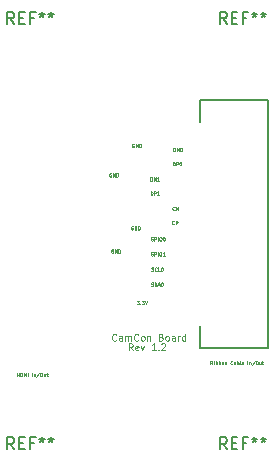
<source format=gto>
G04 #@! TF.GenerationSoftware,KiCad,Pcbnew,(5.0.0)*
G04 #@! TF.CreationDate,2018-11-04T12:38:02-03:30*
G04 #@! TF.ProjectId,CamCon Board Rev 1.1,43616D436F6E20426F61726420526576,rev?*
G04 #@! TF.SameCoordinates,Original*
G04 #@! TF.FileFunction,Legend,Top*
G04 #@! TF.FilePolarity,Positive*
%FSLAX46Y46*%
G04 Gerber Fmt 4.6, Leading zero omitted, Abs format (unit mm)*
G04 Created by KiCad (PCBNEW (5.0.0)) date 11/04/18 12:38:02*
%MOMM*%
%LPD*%
G01*
G04 APERTURE LIST*
%ADD10C,0.024384*%
%ADD11C,0.048768*%
%ADD12C,0.152400*%
%ADD13C,0.150000*%
G04 APERTURE END LIST*
D10*
X138884792Y-117786211D02*
X138884792Y-117496651D01*
X138884792Y-117634537D02*
X139050255Y-117634537D01*
X139050255Y-117786211D02*
X139050255Y-117496651D01*
X139188141Y-117786211D02*
X139188141Y-117496651D01*
X139257083Y-117496651D01*
X139298449Y-117510440D01*
X139326026Y-117538017D01*
X139339815Y-117565594D01*
X139353603Y-117620748D01*
X139353603Y-117662114D01*
X139339815Y-117717268D01*
X139326026Y-117744845D01*
X139298449Y-117772422D01*
X139257083Y-117786211D01*
X139188141Y-117786211D01*
X139477701Y-117786211D02*
X139477701Y-117496651D01*
X139574221Y-117703480D01*
X139670741Y-117496651D01*
X139670741Y-117786211D01*
X139808626Y-117786211D02*
X139808626Y-117496651D01*
X140167129Y-117786211D02*
X140167129Y-117496651D01*
X140305015Y-117593171D02*
X140305015Y-117786211D01*
X140305015Y-117620748D02*
X140318803Y-117606960D01*
X140346381Y-117593171D01*
X140387746Y-117593171D01*
X140415323Y-117606960D01*
X140429112Y-117634537D01*
X140429112Y-117786211D01*
X140773826Y-117482862D02*
X140525632Y-117855154D01*
X140925501Y-117496651D02*
X140980655Y-117496651D01*
X141008232Y-117510440D01*
X141035809Y-117538017D01*
X141049598Y-117593171D01*
X141049598Y-117689691D01*
X141035809Y-117744845D01*
X141008232Y-117772422D01*
X140980655Y-117786211D01*
X140925501Y-117786211D01*
X140897923Y-117772422D01*
X140870346Y-117744845D01*
X140856558Y-117689691D01*
X140856558Y-117593171D01*
X140870346Y-117538017D01*
X140897923Y-117510440D01*
X140925501Y-117496651D01*
X141297792Y-117593171D02*
X141297792Y-117786211D01*
X141173695Y-117593171D02*
X141173695Y-117744845D01*
X141187483Y-117772422D01*
X141215061Y-117786211D01*
X141256426Y-117786211D01*
X141284003Y-117772422D01*
X141297792Y-117758634D01*
X141394312Y-117593171D02*
X141504621Y-117593171D01*
X141435678Y-117496651D02*
X141435678Y-117744845D01*
X141449466Y-117772422D01*
X141477043Y-117786211D01*
X141504621Y-117786211D01*
X155450255Y-116786211D02*
X155353735Y-116648325D01*
X155284792Y-116786211D02*
X155284792Y-116496651D01*
X155395101Y-116496651D01*
X155422678Y-116510440D01*
X155436466Y-116524228D01*
X155450255Y-116551805D01*
X155450255Y-116593171D01*
X155436466Y-116620748D01*
X155422678Y-116634537D01*
X155395101Y-116648325D01*
X155284792Y-116648325D01*
X155574352Y-116786211D02*
X155574352Y-116593171D01*
X155574352Y-116496651D02*
X155560563Y-116510440D01*
X155574352Y-116524228D01*
X155588141Y-116510440D01*
X155574352Y-116496651D01*
X155574352Y-116524228D01*
X155712238Y-116786211D02*
X155712238Y-116496651D01*
X155712238Y-116606960D02*
X155739815Y-116593171D01*
X155794969Y-116593171D01*
X155822546Y-116606960D01*
X155836335Y-116620748D01*
X155850123Y-116648325D01*
X155850123Y-116731057D01*
X155836335Y-116758634D01*
X155822546Y-116772422D01*
X155794969Y-116786211D01*
X155739815Y-116786211D01*
X155712238Y-116772422D01*
X155974221Y-116786211D02*
X155974221Y-116496651D01*
X155974221Y-116606960D02*
X156001798Y-116593171D01*
X156056952Y-116593171D01*
X156084529Y-116606960D01*
X156098318Y-116620748D01*
X156112106Y-116648325D01*
X156112106Y-116731057D01*
X156098318Y-116758634D01*
X156084529Y-116772422D01*
X156056952Y-116786211D01*
X156001798Y-116786211D01*
X155974221Y-116772422D01*
X156277569Y-116786211D02*
X156249992Y-116772422D01*
X156236203Y-116758634D01*
X156222415Y-116731057D01*
X156222415Y-116648325D01*
X156236203Y-116620748D01*
X156249992Y-116606960D01*
X156277569Y-116593171D01*
X156318935Y-116593171D01*
X156346512Y-116606960D01*
X156360301Y-116620748D01*
X156374089Y-116648325D01*
X156374089Y-116731057D01*
X156360301Y-116758634D01*
X156346512Y-116772422D01*
X156318935Y-116786211D01*
X156277569Y-116786211D01*
X156498186Y-116593171D02*
X156498186Y-116786211D01*
X156498186Y-116620748D02*
X156511975Y-116606960D01*
X156539552Y-116593171D01*
X156580918Y-116593171D01*
X156608495Y-116606960D01*
X156622283Y-116634537D01*
X156622283Y-116786211D01*
X157146249Y-116758634D02*
X157132461Y-116772422D01*
X157091095Y-116786211D01*
X157063518Y-116786211D01*
X157022152Y-116772422D01*
X156994575Y-116744845D01*
X156980786Y-116717268D01*
X156966998Y-116662114D01*
X156966998Y-116620748D01*
X156980786Y-116565594D01*
X156994575Y-116538017D01*
X157022152Y-116510440D01*
X157063518Y-116496651D01*
X157091095Y-116496651D01*
X157132461Y-116510440D01*
X157146249Y-116524228D01*
X157394443Y-116786211D02*
X157394443Y-116634537D01*
X157380655Y-116606960D01*
X157353078Y-116593171D01*
X157297923Y-116593171D01*
X157270346Y-116606960D01*
X157394443Y-116772422D02*
X157366866Y-116786211D01*
X157297923Y-116786211D01*
X157270346Y-116772422D01*
X157256558Y-116744845D01*
X157256558Y-116717268D01*
X157270346Y-116689691D01*
X157297923Y-116675902D01*
X157366866Y-116675902D01*
X157394443Y-116662114D01*
X157532329Y-116786211D02*
X157532329Y-116496651D01*
X157532329Y-116606960D02*
X157559906Y-116593171D01*
X157615061Y-116593171D01*
X157642638Y-116606960D01*
X157656426Y-116620748D01*
X157670215Y-116648325D01*
X157670215Y-116731057D01*
X157656426Y-116758634D01*
X157642638Y-116772422D01*
X157615061Y-116786211D01*
X157559906Y-116786211D01*
X157532329Y-116772422D01*
X157835678Y-116786211D02*
X157808101Y-116772422D01*
X157794312Y-116744845D01*
X157794312Y-116496651D01*
X158056295Y-116772422D02*
X158028718Y-116786211D01*
X157973563Y-116786211D01*
X157945986Y-116772422D01*
X157932198Y-116744845D01*
X157932198Y-116634537D01*
X157945986Y-116606960D01*
X157973563Y-116593171D01*
X158028718Y-116593171D01*
X158056295Y-116606960D01*
X158070083Y-116634537D01*
X158070083Y-116662114D01*
X157932198Y-116689691D01*
X158414798Y-116786211D02*
X158414798Y-116496651D01*
X158552683Y-116593171D02*
X158552683Y-116786211D01*
X158552683Y-116620748D02*
X158566472Y-116606960D01*
X158594049Y-116593171D01*
X158635415Y-116593171D01*
X158662992Y-116606960D01*
X158676781Y-116634537D01*
X158676781Y-116786211D01*
X159021495Y-116482862D02*
X158773301Y-116855154D01*
X159173169Y-116496651D02*
X159228323Y-116496651D01*
X159255901Y-116510440D01*
X159283478Y-116538017D01*
X159297266Y-116593171D01*
X159297266Y-116689691D01*
X159283478Y-116744845D01*
X159255901Y-116772422D01*
X159228323Y-116786211D01*
X159173169Y-116786211D01*
X159145592Y-116772422D01*
X159118015Y-116744845D01*
X159104226Y-116689691D01*
X159104226Y-116593171D01*
X159118015Y-116538017D01*
X159145592Y-116510440D01*
X159173169Y-116496651D01*
X159545461Y-116593171D02*
X159545461Y-116786211D01*
X159421363Y-116593171D02*
X159421363Y-116744845D01*
X159435152Y-116772422D01*
X159462729Y-116786211D01*
X159504095Y-116786211D01*
X159531672Y-116772422D01*
X159545461Y-116758634D01*
X159641981Y-116593171D02*
X159752289Y-116593171D01*
X159683346Y-116496651D02*
X159683346Y-116744845D01*
X159697135Y-116772422D01*
X159724712Y-116786211D01*
X159752289Y-116786211D01*
D11*
X147300510Y-114717268D02*
X147272933Y-114744845D01*
X147190202Y-114772422D01*
X147135047Y-114772422D01*
X147052316Y-114744845D01*
X146997162Y-114689691D01*
X146969584Y-114634537D01*
X146942007Y-114524228D01*
X146942007Y-114441497D01*
X146969584Y-114331188D01*
X146997162Y-114276034D01*
X147052316Y-114220880D01*
X147135047Y-114193302D01*
X147190202Y-114193302D01*
X147272933Y-114220880D01*
X147300510Y-114248457D01*
X147796899Y-114772422D02*
X147796899Y-114469074D01*
X147769322Y-114413920D01*
X147714167Y-114386342D01*
X147603859Y-114386342D01*
X147548704Y-114413920D01*
X147796899Y-114744845D02*
X147741744Y-114772422D01*
X147603859Y-114772422D01*
X147548704Y-114744845D01*
X147521127Y-114689691D01*
X147521127Y-114634537D01*
X147548704Y-114579382D01*
X147603859Y-114551805D01*
X147741744Y-114551805D01*
X147796899Y-114524228D01*
X148072670Y-114772422D02*
X148072670Y-114386342D01*
X148072670Y-114441497D02*
X148100247Y-114413920D01*
X148155402Y-114386342D01*
X148238133Y-114386342D01*
X148293287Y-114413920D01*
X148320864Y-114469074D01*
X148320864Y-114772422D01*
X148320864Y-114469074D02*
X148348442Y-114413920D01*
X148403596Y-114386342D01*
X148486327Y-114386342D01*
X148541482Y-114413920D01*
X148569059Y-114469074D01*
X148569059Y-114772422D01*
X149175756Y-114717268D02*
X149148179Y-114744845D01*
X149065447Y-114772422D01*
X149010293Y-114772422D01*
X148927562Y-114744845D01*
X148872407Y-114689691D01*
X148844830Y-114634537D01*
X148817253Y-114524228D01*
X148817253Y-114441497D01*
X148844830Y-114331188D01*
X148872407Y-114276034D01*
X148927562Y-114220880D01*
X149010293Y-114193302D01*
X149065447Y-114193302D01*
X149148179Y-114220880D01*
X149175756Y-114248457D01*
X149506682Y-114772422D02*
X149451527Y-114744845D01*
X149423950Y-114717268D01*
X149396373Y-114662114D01*
X149396373Y-114496651D01*
X149423950Y-114441497D01*
X149451527Y-114413920D01*
X149506682Y-114386342D01*
X149589413Y-114386342D01*
X149644567Y-114413920D01*
X149672144Y-114441497D01*
X149699722Y-114496651D01*
X149699722Y-114662114D01*
X149672144Y-114717268D01*
X149644567Y-114744845D01*
X149589413Y-114772422D01*
X149506682Y-114772422D01*
X149947916Y-114386342D02*
X149947916Y-114772422D01*
X149947916Y-114441497D02*
X149975493Y-114413920D01*
X150030647Y-114386342D01*
X150113379Y-114386342D01*
X150168533Y-114413920D01*
X150196110Y-114469074D01*
X150196110Y-114772422D01*
X151106156Y-114469074D02*
X151188887Y-114496651D01*
X151216464Y-114524228D01*
X151244042Y-114579382D01*
X151244042Y-114662114D01*
X151216464Y-114717268D01*
X151188887Y-114744845D01*
X151133733Y-114772422D01*
X150913116Y-114772422D01*
X150913116Y-114193302D01*
X151106156Y-114193302D01*
X151161310Y-114220880D01*
X151188887Y-114248457D01*
X151216464Y-114303611D01*
X151216464Y-114358765D01*
X151188887Y-114413920D01*
X151161310Y-114441497D01*
X151106156Y-114469074D01*
X150913116Y-114469074D01*
X151574967Y-114772422D02*
X151519813Y-114744845D01*
X151492236Y-114717268D01*
X151464659Y-114662114D01*
X151464659Y-114496651D01*
X151492236Y-114441497D01*
X151519813Y-114413920D01*
X151574967Y-114386342D01*
X151657699Y-114386342D01*
X151712853Y-114413920D01*
X151740430Y-114441497D01*
X151768007Y-114496651D01*
X151768007Y-114662114D01*
X151740430Y-114717268D01*
X151712853Y-114744845D01*
X151657699Y-114772422D01*
X151574967Y-114772422D01*
X152264396Y-114772422D02*
X152264396Y-114469074D01*
X152236819Y-114413920D01*
X152181664Y-114386342D01*
X152071356Y-114386342D01*
X152016202Y-114413920D01*
X152264396Y-114744845D02*
X152209242Y-114772422D01*
X152071356Y-114772422D01*
X152016202Y-114744845D01*
X151988624Y-114689691D01*
X151988624Y-114634537D01*
X152016202Y-114579382D01*
X152071356Y-114551805D01*
X152209242Y-114551805D01*
X152264396Y-114524228D01*
X152540167Y-114772422D02*
X152540167Y-114386342D01*
X152540167Y-114496651D02*
X152567744Y-114441497D01*
X152595322Y-114413920D01*
X152650476Y-114386342D01*
X152705630Y-114386342D01*
X153146864Y-114772422D02*
X153146864Y-114193302D01*
X153146864Y-114744845D02*
X153091710Y-114772422D01*
X152981402Y-114772422D01*
X152926247Y-114744845D01*
X152898670Y-114717268D01*
X152871093Y-114662114D01*
X152871093Y-114496651D01*
X152898670Y-114441497D01*
X152926247Y-114413920D01*
X152981402Y-114386342D01*
X153091710Y-114386342D01*
X153146864Y-114413920D01*
X148700510Y-115572422D02*
X148507470Y-115296651D01*
X148369584Y-115572422D02*
X148369584Y-114993302D01*
X148590202Y-114993302D01*
X148645356Y-115020880D01*
X148672933Y-115048457D01*
X148700510Y-115103611D01*
X148700510Y-115186342D01*
X148672933Y-115241497D01*
X148645356Y-115269074D01*
X148590202Y-115296651D01*
X148369584Y-115296651D01*
X149169322Y-115544845D02*
X149114167Y-115572422D01*
X149003859Y-115572422D01*
X148948704Y-115544845D01*
X148921127Y-115489691D01*
X148921127Y-115269074D01*
X148948704Y-115213920D01*
X149003859Y-115186342D01*
X149114167Y-115186342D01*
X149169322Y-115213920D01*
X149196899Y-115269074D01*
X149196899Y-115324228D01*
X148921127Y-115379382D01*
X149389939Y-115186342D02*
X149527824Y-115572422D01*
X149665710Y-115186342D01*
X150630910Y-115572422D02*
X150299984Y-115572422D01*
X150465447Y-115572422D02*
X150465447Y-114993302D01*
X150410293Y-115076034D01*
X150355139Y-115131188D01*
X150299984Y-115158765D01*
X150879104Y-115517268D02*
X150906682Y-115544845D01*
X150879104Y-115572422D01*
X150851527Y-115544845D01*
X150879104Y-115517268D01*
X150879104Y-115572422D01*
X151127299Y-115048457D02*
X151154876Y-115020880D01*
X151210030Y-114993302D01*
X151347916Y-114993302D01*
X151403070Y-115020880D01*
X151430647Y-115048457D01*
X151458224Y-115103611D01*
X151458224Y-115158765D01*
X151430647Y-115241497D01*
X151099722Y-115572422D01*
X151458224Y-115572422D01*
D10*
X148806146Y-98097340D02*
X148778569Y-98083551D01*
X148737203Y-98083551D01*
X148695838Y-98097340D01*
X148668261Y-98124917D01*
X148654472Y-98152494D01*
X148640683Y-98207648D01*
X148640683Y-98249014D01*
X148654472Y-98304168D01*
X148668261Y-98331745D01*
X148695838Y-98359322D01*
X148737203Y-98373111D01*
X148764781Y-98373111D01*
X148806146Y-98359322D01*
X148819935Y-98345534D01*
X148819935Y-98249014D01*
X148764781Y-98249014D01*
X148944032Y-98373111D02*
X148944032Y-98083551D01*
X149109495Y-98373111D01*
X149109495Y-98083551D01*
X149247381Y-98373111D02*
X149247381Y-98083551D01*
X149316323Y-98083551D01*
X149357689Y-98097340D01*
X149385266Y-98124917D01*
X149399055Y-98152494D01*
X149412843Y-98207648D01*
X149412843Y-98249014D01*
X149399055Y-98304168D01*
X149385266Y-98331745D01*
X149357689Y-98359322D01*
X149316323Y-98373111D01*
X149247381Y-98373111D01*
X146877135Y-100604345D02*
X146849558Y-100590556D01*
X146808192Y-100590556D01*
X146766827Y-100604345D01*
X146739250Y-100631922D01*
X146725461Y-100659499D01*
X146711672Y-100714653D01*
X146711672Y-100756019D01*
X146725461Y-100811173D01*
X146739250Y-100838750D01*
X146766827Y-100866327D01*
X146808192Y-100880116D01*
X146835770Y-100880116D01*
X146877135Y-100866327D01*
X146890924Y-100852539D01*
X146890924Y-100756019D01*
X146835770Y-100756019D01*
X147015021Y-100880116D02*
X147015021Y-100590556D01*
X147180484Y-100880116D01*
X147180484Y-100590556D01*
X147318370Y-100880116D02*
X147318370Y-100590556D01*
X147387312Y-100590556D01*
X147428678Y-100604345D01*
X147456255Y-100631922D01*
X147470044Y-100659499D01*
X147483832Y-100714653D01*
X147483832Y-100756019D01*
X147470044Y-100811173D01*
X147456255Y-100838750D01*
X147428678Y-100866327D01*
X147387312Y-100880116D01*
X147318370Y-100880116D01*
X148717246Y-105087420D02*
X148689669Y-105073631D01*
X148648303Y-105073631D01*
X148606938Y-105087420D01*
X148579361Y-105114997D01*
X148565572Y-105142574D01*
X148551783Y-105197728D01*
X148551783Y-105239094D01*
X148565572Y-105294248D01*
X148579361Y-105321825D01*
X148606938Y-105349402D01*
X148648303Y-105363191D01*
X148675881Y-105363191D01*
X148717246Y-105349402D01*
X148731035Y-105335614D01*
X148731035Y-105239094D01*
X148675881Y-105239094D01*
X148855132Y-105363191D02*
X148855132Y-105073631D01*
X149020595Y-105363191D01*
X149020595Y-105073631D01*
X149158481Y-105363191D02*
X149158481Y-105073631D01*
X149227423Y-105073631D01*
X149268789Y-105087420D01*
X149296366Y-105114997D01*
X149310155Y-105142574D01*
X149323943Y-105197728D01*
X149323943Y-105239094D01*
X149310155Y-105294248D01*
X149296366Y-105321825D01*
X149268789Y-105349402D01*
X149227423Y-105363191D01*
X149158481Y-105363191D01*
X147030686Y-107058460D02*
X147003109Y-107044671D01*
X146961743Y-107044671D01*
X146920378Y-107058460D01*
X146892801Y-107086037D01*
X146879012Y-107113614D01*
X146865223Y-107168768D01*
X146865223Y-107210134D01*
X146879012Y-107265288D01*
X146892801Y-107292865D01*
X146920378Y-107320442D01*
X146961743Y-107334231D01*
X146989321Y-107334231D01*
X147030686Y-107320442D01*
X147044475Y-107306654D01*
X147044475Y-107210134D01*
X146989321Y-107210134D01*
X147168572Y-107334231D02*
X147168572Y-107044671D01*
X147334035Y-107334231D01*
X147334035Y-107044671D01*
X147471921Y-107334231D02*
X147471921Y-107044671D01*
X147540863Y-107044671D01*
X147582229Y-107058460D01*
X147609806Y-107086037D01*
X147623595Y-107113614D01*
X147637383Y-107168768D01*
X147637383Y-107210134D01*
X147623595Y-107265288D01*
X147609806Y-107292865D01*
X147582229Y-107320442D01*
X147540863Y-107334231D01*
X147471921Y-107334231D01*
X149038375Y-111400771D02*
X149217626Y-111400771D01*
X149121106Y-111511080D01*
X149162472Y-111511080D01*
X149190049Y-111524868D01*
X149203838Y-111538657D01*
X149217626Y-111566234D01*
X149217626Y-111635177D01*
X149203838Y-111662754D01*
X149190049Y-111676542D01*
X149162472Y-111690331D01*
X149079741Y-111690331D01*
X149052163Y-111676542D01*
X149038375Y-111662754D01*
X149341723Y-111662754D02*
X149355512Y-111676542D01*
X149341723Y-111690331D01*
X149327935Y-111676542D01*
X149341723Y-111662754D01*
X149341723Y-111690331D01*
X149452032Y-111400771D02*
X149631283Y-111400771D01*
X149534763Y-111511080D01*
X149576129Y-111511080D01*
X149603706Y-111524868D01*
X149617495Y-111538657D01*
X149631283Y-111566234D01*
X149631283Y-111635177D01*
X149617495Y-111662754D01*
X149603706Y-111676542D01*
X149576129Y-111690331D01*
X149493398Y-111690331D01*
X149465821Y-111676542D01*
X149452032Y-111662754D01*
X149714015Y-111400771D02*
X149810535Y-111690331D01*
X149907055Y-111400771D01*
X152131732Y-98721091D02*
X152131732Y-98431531D01*
X152200675Y-98431531D01*
X152242041Y-98445320D01*
X152269618Y-98472897D01*
X152283406Y-98500474D01*
X152297195Y-98555628D01*
X152297195Y-98596994D01*
X152283406Y-98652148D01*
X152269618Y-98679725D01*
X152242041Y-98707302D01*
X152200675Y-98721091D01*
X152131732Y-98721091D01*
X152421292Y-98721091D02*
X152421292Y-98431531D01*
X152586755Y-98721091D01*
X152586755Y-98431531D01*
X152779795Y-98431531D02*
X152807372Y-98431531D01*
X152834949Y-98445320D01*
X152848738Y-98459108D01*
X152862526Y-98486685D01*
X152876315Y-98541840D01*
X152876315Y-98610782D01*
X152862526Y-98665937D01*
X152848738Y-98693514D01*
X152834949Y-98707302D01*
X152807372Y-98721091D01*
X152779795Y-98721091D01*
X152752218Y-98707302D01*
X152738429Y-98693514D01*
X152724641Y-98665937D01*
X152710852Y-98610782D01*
X152710852Y-98541840D01*
X152724641Y-98486685D01*
X152738429Y-98459108D01*
X152752218Y-98445320D01*
X152779795Y-98431531D01*
X150198792Y-101228071D02*
X150198792Y-100938511D01*
X150267735Y-100938511D01*
X150309101Y-100952300D01*
X150336678Y-100979877D01*
X150350466Y-101007454D01*
X150364255Y-101062608D01*
X150364255Y-101103974D01*
X150350466Y-101159128D01*
X150336678Y-101186705D01*
X150309101Y-101214282D01*
X150267735Y-101228071D01*
X150198792Y-101228071D01*
X150488352Y-101228071D02*
X150488352Y-100938511D01*
X150653815Y-101228071D01*
X150653815Y-100938511D01*
X150943375Y-101228071D02*
X150777912Y-101228071D01*
X150860643Y-101228071D02*
X150860643Y-100938511D01*
X150833066Y-100979877D01*
X150805489Y-101007454D01*
X150777912Y-101021242D01*
X152246395Y-103682074D02*
X152232606Y-103695862D01*
X152191241Y-103709651D01*
X152163663Y-103709651D01*
X152122298Y-103695862D01*
X152094721Y-103668285D01*
X152080932Y-103640708D01*
X152067143Y-103585554D01*
X152067143Y-103544188D01*
X152080932Y-103489034D01*
X152094721Y-103461457D01*
X152122298Y-103433880D01*
X152163663Y-103420091D01*
X152191241Y-103420091D01*
X152232606Y-103433880D01*
X152246395Y-103447668D01*
X152370492Y-103709651D02*
X152370492Y-103420091D01*
X152535955Y-103709651D01*
X152535955Y-103420091D01*
X152215915Y-104893654D02*
X152202126Y-104907442D01*
X152160761Y-104921231D01*
X152133183Y-104921231D01*
X152091818Y-104907442D01*
X152064241Y-104879865D01*
X152050452Y-104852288D01*
X152036663Y-104797134D01*
X152036663Y-104755768D01*
X152050452Y-104700614D01*
X152064241Y-104673037D01*
X152091818Y-104645460D01*
X152133183Y-104631671D01*
X152160761Y-104631671D01*
X152202126Y-104645460D01*
X152215915Y-104659248D01*
X152340012Y-104921231D02*
X152340012Y-104631671D01*
X152450321Y-104631671D01*
X152477898Y-104645460D01*
X152491686Y-104659248D01*
X152505475Y-104686825D01*
X152505475Y-104728191D01*
X152491686Y-104755768D01*
X152477898Y-104769557D01*
X152450321Y-104783345D01*
X152340012Y-104783345D01*
X152096172Y-99935211D02*
X152096172Y-99645651D01*
X152165115Y-99645651D01*
X152206481Y-99659440D01*
X152234058Y-99687017D01*
X152247846Y-99714594D01*
X152261635Y-99769748D01*
X152261635Y-99811114D01*
X152247846Y-99866268D01*
X152234058Y-99893845D01*
X152206481Y-99921422D01*
X152165115Y-99935211D01*
X152096172Y-99935211D01*
X152385732Y-99935211D02*
X152385732Y-99645651D01*
X152496041Y-99645651D01*
X152523618Y-99659440D01*
X152537406Y-99673228D01*
X152551195Y-99700805D01*
X152551195Y-99742171D01*
X152537406Y-99769748D01*
X152523618Y-99783537D01*
X152496041Y-99797325D01*
X152385732Y-99797325D01*
X152730446Y-99645651D02*
X152758023Y-99645651D01*
X152785601Y-99659440D01*
X152799389Y-99673228D01*
X152813178Y-99700805D01*
X152826966Y-99755960D01*
X152826966Y-99824902D01*
X152813178Y-99880057D01*
X152799389Y-99907634D01*
X152785601Y-99921422D01*
X152758023Y-99935211D01*
X152730446Y-99935211D01*
X152702869Y-99921422D01*
X152689081Y-99907634D01*
X152675292Y-99880057D01*
X152661503Y-99824902D01*
X152661503Y-99755960D01*
X152675292Y-99700805D01*
X152689081Y-99673228D01*
X152702869Y-99659440D01*
X152730446Y-99645651D01*
X150216572Y-102424411D02*
X150216572Y-102134851D01*
X150285515Y-102134851D01*
X150326881Y-102148640D01*
X150354458Y-102176217D01*
X150368246Y-102203794D01*
X150382035Y-102258948D01*
X150382035Y-102300314D01*
X150368246Y-102355468D01*
X150354458Y-102383045D01*
X150326881Y-102410622D01*
X150285515Y-102424411D01*
X150216572Y-102424411D01*
X150506132Y-102424411D02*
X150506132Y-102134851D01*
X150616441Y-102134851D01*
X150644018Y-102148640D01*
X150657806Y-102162428D01*
X150671595Y-102190005D01*
X150671595Y-102231371D01*
X150657806Y-102258948D01*
X150644018Y-102272737D01*
X150616441Y-102286525D01*
X150506132Y-102286525D01*
X150947366Y-102424411D02*
X150781903Y-102424411D01*
X150864635Y-102424411D02*
X150864635Y-102134851D01*
X150837058Y-102176217D01*
X150809481Y-102203794D01*
X150781903Y-102217582D01*
X150393646Y-106022140D02*
X150366069Y-106008351D01*
X150324703Y-106008351D01*
X150283338Y-106022140D01*
X150255761Y-106049717D01*
X150241972Y-106077294D01*
X150228183Y-106132448D01*
X150228183Y-106173814D01*
X150241972Y-106228968D01*
X150255761Y-106256545D01*
X150283338Y-106284122D01*
X150324703Y-106297911D01*
X150352281Y-106297911D01*
X150393646Y-106284122D01*
X150407435Y-106270334D01*
X150407435Y-106173814D01*
X150352281Y-106173814D01*
X150531532Y-106297911D02*
X150531532Y-106008351D01*
X150641841Y-106008351D01*
X150669418Y-106022140D01*
X150683206Y-106035928D01*
X150696995Y-106063505D01*
X150696995Y-106104871D01*
X150683206Y-106132448D01*
X150669418Y-106146237D01*
X150641841Y-106160025D01*
X150531532Y-106160025D01*
X150821092Y-106297911D02*
X150821092Y-106008351D01*
X151014132Y-106008351D02*
X151069286Y-106008351D01*
X151096863Y-106022140D01*
X151124441Y-106049717D01*
X151138229Y-106104871D01*
X151138229Y-106201391D01*
X151124441Y-106256545D01*
X151096863Y-106284122D01*
X151069286Y-106297911D01*
X151014132Y-106297911D01*
X150986555Y-106284122D01*
X150958978Y-106256545D01*
X150945189Y-106201391D01*
X150945189Y-106104871D01*
X150958978Y-106049717D01*
X150986555Y-106022140D01*
X151014132Y-106008351D01*
X151317481Y-106008351D02*
X151345058Y-106008351D01*
X151372635Y-106022140D01*
X151386423Y-106035928D01*
X151400212Y-106063505D01*
X151414001Y-106118660D01*
X151414001Y-106187602D01*
X151400212Y-106242757D01*
X151386423Y-106270334D01*
X151372635Y-106284122D01*
X151345058Y-106297911D01*
X151317481Y-106297911D01*
X151289903Y-106284122D01*
X151276115Y-106270334D01*
X151262326Y-106242757D01*
X151248538Y-106187602D01*
X151248538Y-106118660D01*
X151262326Y-106063505D01*
X151276115Y-106035928D01*
X151289903Y-106022140D01*
X151317481Y-106008351D01*
X150383486Y-107284520D02*
X150355909Y-107270731D01*
X150314543Y-107270731D01*
X150273178Y-107284520D01*
X150245601Y-107312097D01*
X150231812Y-107339674D01*
X150218023Y-107394828D01*
X150218023Y-107436194D01*
X150231812Y-107491348D01*
X150245601Y-107518925D01*
X150273178Y-107546502D01*
X150314543Y-107560291D01*
X150342121Y-107560291D01*
X150383486Y-107546502D01*
X150397275Y-107532714D01*
X150397275Y-107436194D01*
X150342121Y-107436194D01*
X150521372Y-107560291D02*
X150521372Y-107270731D01*
X150631681Y-107270731D01*
X150659258Y-107284520D01*
X150673046Y-107298308D01*
X150686835Y-107325885D01*
X150686835Y-107367251D01*
X150673046Y-107394828D01*
X150659258Y-107408617D01*
X150631681Y-107422405D01*
X150521372Y-107422405D01*
X150810932Y-107560291D02*
X150810932Y-107270731D01*
X151003972Y-107270731D02*
X151059126Y-107270731D01*
X151086703Y-107284520D01*
X151114281Y-107312097D01*
X151128069Y-107367251D01*
X151128069Y-107463771D01*
X151114281Y-107518925D01*
X151086703Y-107546502D01*
X151059126Y-107560291D01*
X151003972Y-107560291D01*
X150976395Y-107546502D01*
X150948818Y-107518925D01*
X150935029Y-107463771D01*
X150935029Y-107367251D01*
X150948818Y-107312097D01*
X150976395Y-107284520D01*
X151003972Y-107270731D01*
X151403841Y-107560291D02*
X151238378Y-107560291D01*
X151321109Y-107560291D02*
X151321109Y-107270731D01*
X151293532Y-107312097D01*
X151265955Y-107339674D01*
X151238378Y-107353462D01*
X150278983Y-108849522D02*
X150320349Y-108863311D01*
X150389292Y-108863311D01*
X150416869Y-108849522D01*
X150430658Y-108835734D01*
X150444446Y-108808157D01*
X150444446Y-108780580D01*
X150430658Y-108753002D01*
X150416869Y-108739214D01*
X150389292Y-108725425D01*
X150334138Y-108711637D01*
X150306561Y-108697848D01*
X150292772Y-108684060D01*
X150278983Y-108656482D01*
X150278983Y-108628905D01*
X150292772Y-108601328D01*
X150306561Y-108587540D01*
X150334138Y-108573751D01*
X150403081Y-108573751D01*
X150444446Y-108587540D01*
X150734006Y-108835734D02*
X150720218Y-108849522D01*
X150678852Y-108863311D01*
X150651275Y-108863311D01*
X150609909Y-108849522D01*
X150582332Y-108821945D01*
X150568543Y-108794368D01*
X150554755Y-108739214D01*
X150554755Y-108697848D01*
X150568543Y-108642694D01*
X150582332Y-108615117D01*
X150609909Y-108587540D01*
X150651275Y-108573751D01*
X150678852Y-108573751D01*
X150720218Y-108587540D01*
X150734006Y-108601328D01*
X150995989Y-108863311D02*
X150858103Y-108863311D01*
X150858103Y-108573751D01*
X151147663Y-108573751D02*
X151175241Y-108573751D01*
X151202818Y-108587540D01*
X151216606Y-108601328D01*
X151230395Y-108628905D01*
X151244183Y-108684060D01*
X151244183Y-108753002D01*
X151230395Y-108808157D01*
X151216606Y-108835734D01*
X151202818Y-108849522D01*
X151175241Y-108863311D01*
X151147663Y-108863311D01*
X151120086Y-108849522D01*
X151106298Y-108835734D01*
X151092509Y-108808157D01*
X151078721Y-108753002D01*
X151078721Y-108684060D01*
X151092509Y-108628905D01*
X151106298Y-108601328D01*
X151120086Y-108587540D01*
X151147663Y-108573751D01*
X150258663Y-110114442D02*
X150300029Y-110128231D01*
X150368972Y-110128231D01*
X150396549Y-110114442D01*
X150410338Y-110100654D01*
X150424126Y-110073077D01*
X150424126Y-110045500D01*
X150410338Y-110017922D01*
X150396549Y-110004134D01*
X150368972Y-109990345D01*
X150313818Y-109976557D01*
X150286241Y-109962768D01*
X150272452Y-109948980D01*
X150258663Y-109921402D01*
X150258663Y-109893825D01*
X150272452Y-109866248D01*
X150286241Y-109852460D01*
X150313818Y-109838671D01*
X150382761Y-109838671D01*
X150424126Y-109852460D01*
X150548223Y-110128231D02*
X150548223Y-109838671D01*
X150617166Y-109838671D01*
X150658532Y-109852460D01*
X150686109Y-109880037D01*
X150699898Y-109907614D01*
X150713686Y-109962768D01*
X150713686Y-110004134D01*
X150699898Y-110059288D01*
X150686109Y-110086865D01*
X150658532Y-110114442D01*
X150617166Y-110128231D01*
X150548223Y-110128231D01*
X150823995Y-110045500D02*
X150961881Y-110045500D01*
X150796418Y-110128231D02*
X150892938Y-109838671D01*
X150989458Y-110128231D01*
X151141132Y-109838671D02*
X151168709Y-109838671D01*
X151196286Y-109852460D01*
X151210075Y-109866248D01*
X151223863Y-109893825D01*
X151237652Y-109948980D01*
X151237652Y-110017922D01*
X151223863Y-110073077D01*
X151210075Y-110100654D01*
X151196286Y-110114442D01*
X151168709Y-110128231D01*
X151141132Y-110128231D01*
X151113555Y-110114442D01*
X151099766Y-110100654D01*
X151085978Y-110073077D01*
X151072189Y-110017922D01*
X151072189Y-109948980D01*
X151085978Y-109893825D01*
X151099766Y-109866248D01*
X151113555Y-109852460D01*
X151141132Y-109838671D01*
D12*
G04 #@! TO.C,J1*
X154407269Y-94383305D02*
X154407269Y-96237505D01*
X154407269Y-115414505D02*
X160147669Y-115414505D01*
X160147669Y-115414505D02*
X160147669Y-94383305D01*
X160147669Y-94383305D02*
X154407269Y-94383305D01*
X154407269Y-113560305D02*
X154407269Y-115414505D01*
G04 #@! TO.C,REF\002A\002A*
D13*
X138666666Y-123952380D02*
X138333333Y-123476190D01*
X138095238Y-123952380D02*
X138095238Y-122952380D01*
X138476190Y-122952380D01*
X138571428Y-123000000D01*
X138619047Y-123047619D01*
X138666666Y-123142857D01*
X138666666Y-123285714D01*
X138619047Y-123380952D01*
X138571428Y-123428571D01*
X138476190Y-123476190D01*
X138095238Y-123476190D01*
X139095238Y-123428571D02*
X139428571Y-123428571D01*
X139571428Y-123952380D02*
X139095238Y-123952380D01*
X139095238Y-122952380D01*
X139571428Y-122952380D01*
X140333333Y-123428571D02*
X140000000Y-123428571D01*
X140000000Y-123952380D02*
X140000000Y-122952380D01*
X140476190Y-122952380D01*
X141000000Y-122952380D02*
X141000000Y-123190476D01*
X140761904Y-123095238D02*
X141000000Y-123190476D01*
X141238095Y-123095238D01*
X140857142Y-123380952D02*
X141000000Y-123190476D01*
X141142857Y-123380952D01*
X141761904Y-122952380D02*
X141761904Y-123190476D01*
X141523809Y-123095238D02*
X141761904Y-123190476D01*
X142000000Y-123095238D01*
X141619047Y-123380952D02*
X141761904Y-123190476D01*
X141904761Y-123380952D01*
X156666666Y-123952380D02*
X156333333Y-123476190D01*
X156095238Y-123952380D02*
X156095238Y-122952380D01*
X156476190Y-122952380D01*
X156571428Y-123000000D01*
X156619047Y-123047619D01*
X156666666Y-123142857D01*
X156666666Y-123285714D01*
X156619047Y-123380952D01*
X156571428Y-123428571D01*
X156476190Y-123476190D01*
X156095238Y-123476190D01*
X157095238Y-123428571D02*
X157428571Y-123428571D01*
X157571428Y-123952380D02*
X157095238Y-123952380D01*
X157095238Y-122952380D01*
X157571428Y-122952380D01*
X158333333Y-123428571D02*
X158000000Y-123428571D01*
X158000000Y-123952380D02*
X158000000Y-122952380D01*
X158476190Y-122952380D01*
X159000000Y-122952380D02*
X159000000Y-123190476D01*
X158761904Y-123095238D02*
X159000000Y-123190476D01*
X159238095Y-123095238D01*
X158857142Y-123380952D02*
X159000000Y-123190476D01*
X159142857Y-123380952D01*
X159761904Y-122952380D02*
X159761904Y-123190476D01*
X159523809Y-123095238D02*
X159761904Y-123190476D01*
X160000000Y-123095238D01*
X159619047Y-123380952D02*
X159761904Y-123190476D01*
X159904761Y-123380952D01*
X156666666Y-87952380D02*
X156333333Y-87476190D01*
X156095238Y-87952380D02*
X156095238Y-86952380D01*
X156476190Y-86952380D01*
X156571428Y-87000000D01*
X156619047Y-87047619D01*
X156666666Y-87142857D01*
X156666666Y-87285714D01*
X156619047Y-87380952D01*
X156571428Y-87428571D01*
X156476190Y-87476190D01*
X156095238Y-87476190D01*
X157095238Y-87428571D02*
X157428571Y-87428571D01*
X157571428Y-87952380D02*
X157095238Y-87952380D01*
X157095238Y-86952380D01*
X157571428Y-86952380D01*
X158333333Y-87428571D02*
X158000000Y-87428571D01*
X158000000Y-87952380D02*
X158000000Y-86952380D01*
X158476190Y-86952380D01*
X159000000Y-86952380D02*
X159000000Y-87190476D01*
X158761904Y-87095238D02*
X159000000Y-87190476D01*
X159238095Y-87095238D01*
X158857142Y-87380952D02*
X159000000Y-87190476D01*
X159142857Y-87380952D01*
X159761904Y-86952380D02*
X159761904Y-87190476D01*
X159523809Y-87095238D02*
X159761904Y-87190476D01*
X160000000Y-87095238D01*
X159619047Y-87380952D02*
X159761904Y-87190476D01*
X159904761Y-87380952D01*
G04 #@! TO.C,@HOLE4*
G04 #@! TO.C,@HOLE5*
G04 #@! TO.C,@HOLE6*
G04 #@! TO.C,@HOLE7*
G04 #@! TO.C,@HOLE8*
G04 #@! TO.C,@HOLE9*
G04 #@! TO.C,@HOLE10*
G04 #@! TO.C,@HOLE11*
G04 #@! TO.C,REF\002A\002A*
X138666666Y-87952380D02*
X138333333Y-87476190D01*
X138095238Y-87952380D02*
X138095238Y-86952380D01*
X138476190Y-86952380D01*
X138571428Y-87000000D01*
X138619047Y-87047619D01*
X138666666Y-87142857D01*
X138666666Y-87285714D01*
X138619047Y-87380952D01*
X138571428Y-87428571D01*
X138476190Y-87476190D01*
X138095238Y-87476190D01*
X139095238Y-87428571D02*
X139428571Y-87428571D01*
X139571428Y-87952380D02*
X139095238Y-87952380D01*
X139095238Y-86952380D01*
X139571428Y-86952380D01*
X140333333Y-87428571D02*
X140000000Y-87428571D01*
X140000000Y-87952380D02*
X140000000Y-86952380D01*
X140476190Y-86952380D01*
X141000000Y-86952380D02*
X141000000Y-87190476D01*
X140761904Y-87095238D02*
X141000000Y-87190476D01*
X141238095Y-87095238D01*
X140857142Y-87380952D02*
X141000000Y-87190476D01*
X141142857Y-87380952D01*
X141761904Y-86952380D02*
X141761904Y-87190476D01*
X141523809Y-87095238D02*
X141761904Y-87190476D01*
X142000000Y-87095238D01*
X141619047Y-87380952D02*
X141761904Y-87190476D01*
X141904761Y-87380952D01*
G04 #@! TD*
M02*

</source>
